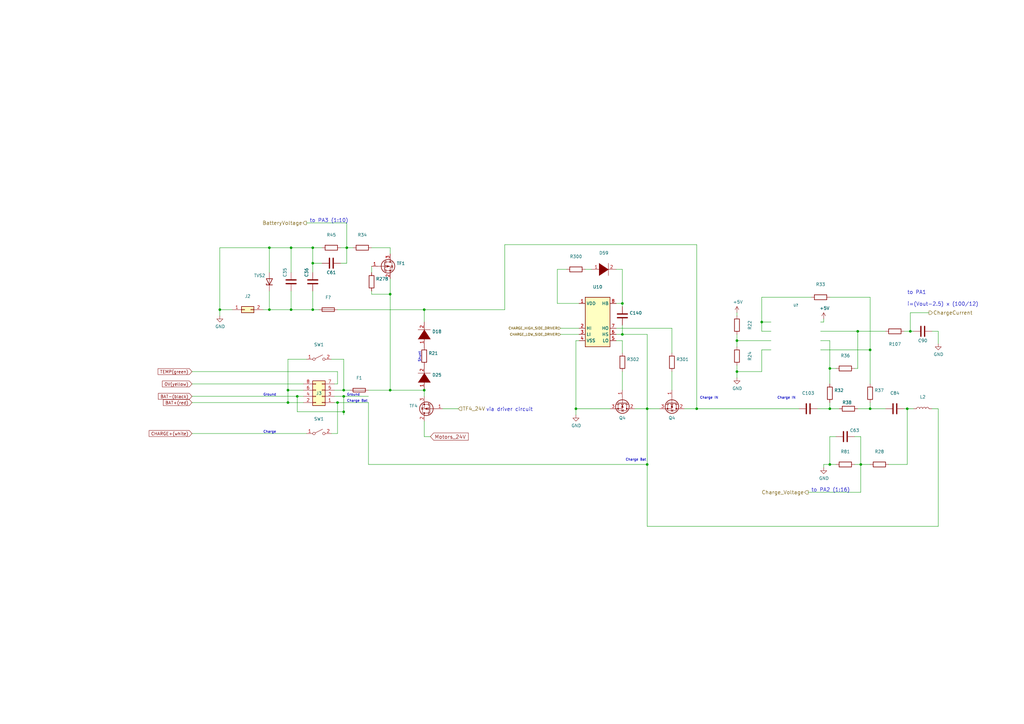
<source format=kicad_sch>
(kicad_sch (version 20211123) (generator eeschema)
  (paper "A3")
  (lib_symbols
    (symbol "Connector_Generic:Conn_02x01" (pin_names (offset 1.016) hide)
      (property "Reference" "J" (at 1.27 2.54 0))
      (property "Value" "Conn_02x01" (at 1.27 -2.54 0))
      (symbol "Conn_02x01_1_1"
        (rectangle (start -1.27 0.127) (end 0 -0.127) (stroke (width 0.1524)))
        (rectangle (start -1.27 1.27) (end 3.81 -1.27) (stroke (width 0.254)) (fill (type background)))
        (rectangle (start 3.81 0.127) (end 2.54 -0.127) (stroke (width 0.1524)))
        (pin passive line (at -5.08 0 0) (length 3.81) (name "Pin_1") (number "1"))
        (pin passive line (at 7.62 0 180) (length 3.81) (name "Pin_2") (number "2"))
      )
    )
    (symbol "Connector_Generic:Conn_02x04_Odd_Even" (pin_names (offset 1.016) hide)
      (property "Reference" "J" (at 1.27 5.08 0))
      (property "Value" "Conn_02x04_Odd_Even" (at 1.27 -7.62 0))
      (symbol "Conn_02x04_Odd_Even_1_1"
        (rectangle (start -1.27 -4.953) (end 0 -5.207) (stroke (width 0.1524)))
        (rectangle (start -1.27 -2.413) (end 0 -2.667) (stroke (width 0.1524)))
        (rectangle (start -1.27 0.127) (end 0 -0.127) (stroke (width 0.1524)))
        (rectangle (start -1.27 2.667) (end 0 2.413) (stroke (width 0.1524)))
        (rectangle (start -1.27 3.81) (end 3.81 -6.35) (stroke (width 0.254)) (fill (type background)))
        (rectangle (start 3.81 -4.953) (end 2.54 -5.207) (stroke (width 0.1524)))
        (rectangle (start 3.81 -2.413) (end 2.54 -2.667) (stroke (width 0.1524)))
        (rectangle (start 3.81 0.127) (end 2.54 -0.127) (stroke (width 0.1524)))
        (rectangle (start 3.81 2.667) (end 2.54 2.413) (stroke (width 0.1524)))
        (pin passive line (at -5.08 2.54 0) (length 3.81) (name "Pin_1") (number "1"))
        (pin passive line (at 7.62 2.54 180) (length 3.81) (name "Pin_2") (number "2"))
        (pin passive line (at -5.08 0 0) (length 3.81) (name "Pin_3") (number "3"))
        (pin passive line (at 7.62 0 180) (length 3.81) (name "Pin_4") (number "4"))
        (pin passive line (at -5.08 -2.54 0) (length 3.81) (name "Pin_5") (number "5"))
        (pin passive line (at 7.62 -2.54 180) (length 3.81) (name "Pin_6") (number "6"))
        (pin passive line (at -5.08 -5.08 0) (length 3.81) (name "Pin_7") (number "7"))
        (pin passive line (at 7.62 -5.08 180) (length 3.81) (name "Pin_8") (number "8"))
      )
    )
    (symbol "Device:C" (pin_numbers hide) (pin_names (offset 0.254))
      (property "Reference" "C" (at 0.635 2.54 0))
      (property "Value" "C" (at 0.635 -2.54 0))
      (symbol "C_0_1"
        (polyline (pts (xy -2.032 -0.762) (xy 2.032 -0.762)) (stroke (width 0.508)))
        (polyline (pts (xy -2.032 0.762) (xy 2.032 0.762)) (stroke (width 0.508)))
      )
      (symbol "C_1_1"
        (pin passive line (at 0 3.81 270) (length 2.794) (name "~") (number "1"))
        (pin passive line (at 0 -3.81 90) (length 2.794) (name "~") (number "2"))
      )
    )
    (symbol "Device:D_Zener" (pin_numbers hide) (pin_names (offset 1.016) hide)
      (property "Reference" "D" (at 0 2.54 0))
      (property "Value" "D_Zener" (at 0 -2.54 0))
      (symbol "D_Zener_0_1"
        (polyline (pts (xy 1.27 0) (xy -1.27 0)))
        (polyline (pts (xy -1.27 -1.27) (xy -1.27 1.27) (xy -0.762 1.27)) (stroke (width 0.254)))
        (polyline (pts (xy 1.27 -1.27) (xy 1.27 1.27) (xy -1.27 0) (xy 1.27 -1.27)) (stroke (width 0.254)))
      )
      (symbol "D_Zener_1_1"
        (pin passive line (at -3.81 0 0) (length 2.54) (name "K") (number "1"))
        (pin passive line (at 3.81 0 180) (length 2.54) (name "A") (number "2"))
      )
    )
    (symbol "Device:Fuse" (pin_numbers hide) (pin_names (offset 0))
      (property "Reference" "F" (at 2.032 0 90))
      (property "Value" "Fuse" (at -1.905 0 90))
      (symbol "Fuse_0_1"
        (rectangle (start -0.762 -2.54) (end 0.762 2.54) (stroke (width 0.254)))
        (polyline (pts (xy 0 2.54) (xy 0 -2.54)))
      )
      (symbol "Fuse_1_1"
        (pin passive line (at 0 3.81 270) (length 1.27) (name "~") (number "1"))
        (pin passive line (at 0 -3.81 90) (length 1.27) (name "~") (number "2"))
      )
    )
    (symbol "Device:L" (pin_numbers hide) (pin_names (offset 1.016) hide)
      (property "Reference" "L" (at -1.27 0 90))
      (property "Value" "L" (at 1.905 0 90))
      (symbol "L_0_1"
        (arc (start 0 -2.54) (mid 0.635 -1.905) (end 0 -1.27))
        (arc (start 0 -1.27) (mid 0.635 -0.635) (end 0 0))
        (arc (start 0 0) (mid 0.635 0.635) (end 0 1.27))
        (arc (start 0 1.27) (mid 0.635 1.905) (end 0 2.54))
      )
      (symbol "L_1_1"
        (pin passive line (at 0 3.81 270) (length 1.27) (name "1") (number "1"))
        (pin passive line (at 0 -3.81 90) (length 1.27) (name "2") (number "2"))
      )
    )
    (symbol "Device:R" (pin_numbers hide) (pin_names (offset 0))
      (property "Reference" "R" (at 2.032 0 90))
      (property "Value" "R" (at 0 0 90))
      (symbol "R_0_1"
        (rectangle (start -1.016 -2.54) (end 1.016 2.54) (stroke (width 0.254)))
      )
      (symbol "R_1_1"
        (pin passive line (at 0 3.81 270) (length 1.27) (name "~") (number "1"))
        (pin passive line (at 0 -3.81 90) (length 1.27) (name "~") (number "2"))
      )
    )
    (symbol "Driver_FET:LM5109MA"
      (property "Reference" "U" (at 0 13.97 0))
      (property "Value" "LM5109MA" (at 0 11.43 0))
      (symbol "LM5109MA_0_1"
        (rectangle (start -5.08 -10.16) (end 5.08 10.16) (stroke (width 0.254)) (fill (type background)))
      )
      (symbol "LM5109MA_1_1"
        (pin power_in line (at -7.62 7.62 0) (length 2.54) (name "VDD") (number "1"))
        (pin input line (at -7.62 -2.54 0) (length 2.54) (name "HI") (number "2"))
        (pin input line (at -7.62 -5.08 0) (length 2.54) (name "LI") (number "3"))
        (pin power_in line (at -7.62 -7.62 0) (length 2.54) (name "VSS") (number "4"))
        (pin output line (at 7.62 -7.62 180) (length 2.54) (name "LO") (number "5"))
        (pin passive line (at 7.62 -5.08 180) (length 2.54) (name "HS") (number "6"))
        (pin output line (at 7.62 -2.54 180) (length 2.54) (name "HO") (number "7"))
        (pin passive line (at 7.62 7.62 180) (length 2.54) (name "HB") (number "8"))
      )
    )
    (symbol "Switch:SW_SPST" (pin_names (offset 0) hide)
      (property "Reference" "SW" (at 0 3.175 0))
      (property "Value" "SW_SPST" (at 0 -2.54 0))
      (symbol "SW_SPST_0_0"
        (circle (center -2.032 0) (radius 0.508))
        (polyline (pts (xy -1.524 0.254) (xy 1.524 1.778)))
        (circle (center 2.032 0) (radius 0.508))
      )
      (symbol "SW_SPST_1_1"
        (pin passive line (at -5.08 0 0) (length 2.54) (name "A") (number "1"))
        (pin passive line (at 5.08 0 180) (length 2.54) (name "B") (number "2"))
      )
    )
    (symbol "Transistor_FET:AO3401A" (pin_names hide)
      (property "Reference" "Q" (at 5.08 1.905 0))
      (property "Value" "AO3401A" (at 5.08 0 0))
      (symbol "AO3401A_0_1"
        (polyline (pts (xy 0.254 0) (xy -2.54 0)))
        (polyline (pts (xy 0.254 1.905) (xy 0.254 -1.905)) (stroke (width 0.254)))
        (polyline (pts (xy 0.762 -1.27) (xy 0.762 -2.286)) (stroke (width 0.254)))
        (polyline (pts (xy 0.762 0.508) (xy 0.762 -0.508)) (stroke (width 0.254)))
        (polyline (pts (xy 0.762 2.286) (xy 0.762 1.27)) (stroke (width 0.254)))
        (polyline (pts (xy 2.54 2.54) (xy 2.54 1.778)))
        (polyline (pts (xy 2.54 -2.54) (xy 2.54 0) (xy 0.762 0)))
        (polyline (pts (xy 0.762 1.778) (xy 3.302 1.778) (xy 3.302 -1.778) (xy 0.762 -1.778)))
        (polyline (pts (xy 2.286 0) (xy 1.27 0.381) (xy 1.27 -0.381) (xy 2.286 0)) (fill (type outline)))
        (polyline (pts (xy 2.794 -0.508) (xy 2.921 -0.381) (xy 3.683 -0.381) (xy 3.81 -0.254)))
        (polyline (pts (xy 3.302 -0.381) (xy 2.921 0.254) (xy 3.683 0.254) (xy 3.302 -0.381)))
        (circle (center 1.651 0) (radius 2.794) (stroke (width 0.254)))
        (circle (center 2.54 -1.778) (radius 0.254) (fill (type outline)))
        (circle (center 2.54 1.778) (radius 0.254) (fill (type outline)))
      )
      (symbol "AO3401A_1_1"
        (pin input line (at -5.08 0 0) (length 2.54) (name "G") (number "1"))
        (pin passive line (at 2.54 -5.08 90) (length 2.54) (name "S") (number "2"))
        (pin passive line (at 2.54 5.08 270) (length 2.54) (name "D") (number "3"))
      )
    )
    (symbol "Transistor_FET:IPP060N06N" (pin_names hide)
      (property "Reference" "Q" (at 6.35 1.905 0))
      (property "Value" "IPP060N06N" (at 6.35 0 0))
      (symbol "IPP060N06N_0_1"
        (polyline (pts (xy 0.254 0) (xy -2.54 0)))
        (polyline (pts (xy 0.254 1.905) (xy 0.254 -1.905)) (stroke (width 0.254)))
        (polyline (pts (xy 0.762 -1.27) (xy 0.762 -2.286)) (stroke (width 0.254)))
        (polyline (pts (xy 0.762 0.508) (xy 0.762 -0.508)) (stroke (width 0.254)))
        (polyline (pts (xy 0.762 2.286) (xy 0.762 1.27)) (stroke (width 0.254)))
        (polyline (pts (xy 2.54 2.54) (xy 2.54 1.778)))
        (polyline (pts (xy 2.54 -2.54) (xy 2.54 0) (xy 0.762 0)))
        (polyline (pts (xy 0.762 -1.778) (xy 3.302 -1.778) (xy 3.302 1.778) (xy 0.762 1.778)))
        (polyline (pts (xy 1.016 0) (xy 2.032 0.381) (xy 2.032 -0.381) (xy 1.016 0)) (fill (type outline)))
        (polyline (pts (xy 2.794 0.508) (xy 2.921 0.381) (xy 3.683 0.381) (xy 3.81 0.254)))
        (polyline (pts (xy 3.302 0.381) (xy 2.921 -0.254) (xy 3.683 -0.254) (xy 3.302 0.381)))
        (circle (center 1.651 0) (radius 2.794) (stroke (width 0.254)))
        (circle (center 2.54 -1.778) (radius 0.254) (fill (type outline)))
        (circle (center 2.54 1.778) (radius 0.254) (fill (type outline)))
      )
      (symbol "IPP060N06N_1_1"
        (pin input line (at -5.08 0 0) (length 2.54) (name "G") (number "1"))
        (pin passive line (at 2.54 5.08 270) (length 2.54) (name "D") (number "2"))
        (pin passive line (at 2.54 -5.08 90) (length 2.54) (name "S") (number "3"))
      )
    )
    (symbol "Transistor_FET:SUD08P06-155L" (pin_names hide)
      (property "Reference" "Q" (at 4.953 1.905 0))
      (property "Value" "SUD08P06-155L" (at 4.953 0 0))
      (symbol "SUD08P06-155L_0_1"
        (polyline (pts (xy 0.254 0) (xy -2.54 0)))
        (polyline (pts (xy 0.254 1.905) (xy 0.254 -1.905)) (stroke (width 0.254)))
        (polyline (pts (xy 0.762 -1.27) (xy 0.762 -2.286)) (stroke (width 0.254)))
        (polyline (pts (xy 0.762 0.508) (xy 0.762 -0.508)) (stroke (width 0.254)))
        (polyline (pts (xy 0.762 2.286) (xy 0.762 1.27)) (stroke (width 0.254)))
        (polyline (pts (xy 2.54 2.54) (xy 2.54 1.778)))
        (polyline (pts (xy 2.54 -2.54) (xy 2.54 0) (xy 0.762 0)))
        (polyline (pts (xy 0.762 1.778) (xy 3.302 1.778) (xy 3.302 -1.778) (xy 0.762 -1.778)))
        (polyline (pts (xy 2.286 0) (xy 1.27 0.381) (xy 1.27 -0.381) (xy 2.286 0)) (fill (type outline)))
        (polyline (pts (xy 2.794 -0.508) (xy 2.921 -0.381) (xy 3.683 -0.381) (xy 3.81 -0.254)))
        (polyline (pts (xy 3.302 -0.381) (xy 2.921 0.254) (xy 3.683 0.254) (xy 3.302 -0.381)))
        (circle (center 1.651 0) (radius 2.794) (stroke (width 0.254)))
        (circle (center 2.54 -1.778) (radius 0.254) (fill (type outline)))
        (circle (center 2.54 1.778) (radius 0.254) (fill (type outline)))
      )
      (symbol "SUD08P06-155L_1_1"
        (pin input line (at -5.08 0 0) (length 2.54) (name "G") (number "1"))
        (pin passive line (at 2.54 5.08 270) (length 2.54) (name "D") (number "2"))
        (pin passive line (at 2.54 -5.08 90) (length 2.54) (name "S") (number "3"))
      )
    )
    (symbol "power:+5V" (power) (pin_names (offset 0))
      (property "Value" "+5V" (at 0 3.556 0))
      (symbol "+5V_0_1"
        (polyline (pts (xy -0.762 1.27) (xy 0 2.54)))
        (polyline (pts (xy 0 0) (xy 0 2.54)))
        (polyline (pts (xy 0 2.54) (xy 0.762 1.27)))
      )
      (symbol "+5V_1_1"
        (pin power_in line (at 0 0 90) (length 0) hide (name "+5V") (number "1"))
      )
    )
    (symbol "power:GND" (power) (pin_names (offset 0))
      (property "Value" "GND" (at 0 -3.81 0))
      (symbol "GND_0_1"
        (polyline (pts (xy 0 0) (xy 0 -1.27) (xy 1.27 -1.27) (xy 0 -2.54) (xy -1.27 -1.27) (xy 0 -1.27)))
      )
      (symbol "GND_1_1"
        (pin power_in line (at 0 0 270) (length 0) hide (name "GND") (number "1"))
      )
    )
    (symbol "pspice:DIODE" (pin_names (offset 1.016) hide)
      (property "Reference" "D" (at 0 3.81 0))
      (property "Value" "DIODE" (at 0 -4.445 0))
      (symbol "DIODE_0_1"
        (polyline (pts (xy 1.905 2.54) (xy 1.905 -2.54)))
        (polyline (pts (xy -1.905 2.54) (xy -1.905 -2.54) (xy 1.905 0)) (fill (type outline)))
      )
      (symbol "DIODE_1_1"
        (pin input line (at -5.08 0 0) (length 3.81) (name "K") (number "1"))
        (pin input line (at 5.08 0 180) (length 3.81) (name "A") (number "2"))
      )
    )
  )
  (junction (at 128.27 127))
  (junction (at 312.42 132.08))
  (junction (at 160.02 160.02))
  (junction (at 160.02 120.65))
  (junction (at 353.06 190.5))
  (junction (at 302.26 139.7))
  (junction (at 119.38 127))
  (junction (at 255.27 124.46))
  (junction (at 302.26 152.4))
  (junction (at 285.75 167.64))
  (junction (at 265.43 167.64))
  (junction (at 110.49 101.6))
  (junction (at 138.43 165.1))
  (junction (at 173.99 127))
  (junction (at 236.22 167.64))
  (junction (at 128.27 107.95))
  (junction (at 265.43 190.5))
  (junction (at 90.17 127))
  (junction (at 372.11 167.64))
  (junction (at 340.36 190.5))
  (junction (at 351.79 135.89))
  (junction (at 118.11 160.02))
  (junction (at 173.99 160.02))
  (junction (at 255.27 137.16))
  (junction (at 118.11 165.1))
  (junction (at 142.24 101.6))
  (junction (at 356.87 167.64))
  (junction (at 128.27 101.6))
  (junction (at 340.36 167.64))
  (junction (at 356.87 143.51))
  (junction (at 110.49 127))
  (junction (at 140.97 162.56))
  (junction (at 373.38 135.89))
  (junction (at 121.92 162.56))
  (junction (at 119.38 101.6))
  (junction (at 140.97 168.91))
  (junction (at 140.97 160.02))
  (junction (at 340.36 151.13))
  (wire (pts (xy 140.97 168.91) (xy 140.97 170.18)))
  (wire (pts (xy 250.19 167.64) (xy 236.22 167.64)))
  (wire (pts (xy 337.82 132.08) (xy 336.55 132.08)))
  (wire (pts (xy 353.06 190.5) (xy 353.06 201.93)))
  (wire (pts (xy 372.11 167.64) (xy 370.84 167.64)))
  (wire (pts (xy 118.11 165.1) (xy 78.74 165.1)))
  (wire (pts (xy 312.42 121.92) (xy 312.42 132.08)))
  (wire (pts (xy 140.97 162.56) (xy 140.97 168.91)))
  (wire (pts (xy 331.47 201.93) (xy 353.06 201.93)))
  (wire (pts (xy 353.06 190.5) (xy 353.06 179.07)))
  (wire (pts (xy 336.55 139.7) (xy 340.36 139.7)))
  (wire (pts (xy 312.42 143.51) (xy 312.42 152.4)))
  (wire (pts (xy 110.49 101.6) (xy 90.17 101.6)))
  (wire (pts (xy 237.49 124.46) (xy 228.6 124.46)))
  (wire (pts (xy 142.24 101.6) (xy 144.78 101.6)))
  (wire (pts (xy 140.97 168.91) (xy 121.92 168.91)))
  (wire (pts (xy 119.38 127) (xy 128.27 127)))
  (wire (pts (xy 265.43 167.64) (xy 265.43 190.5)))
  (wire (pts (xy 302.26 139.7) (xy 302.26 142.24)))
  (wire (pts (xy 152.4 119.38) (xy 152.4 120.65)))
  (wire (pts (xy 140.97 160.02) (xy 140.97 147.32)))
  (wire (pts (xy 236.22 139.7) (xy 236.22 167.64)))
  (wire (pts (xy 124.46 165.1) (xy 118.11 165.1)))
  (wire (pts (xy 119.38 101.6) (xy 128.27 101.6)))
  (wire (pts (xy 255.27 137.16) (xy 265.43 137.16)))
  (wire (pts (xy 370.84 135.89) (xy 373.38 135.89)))
  (wire (pts (xy 160.02 160.02) (xy 173.99 160.02)))
  (wire (pts (xy 152.4 109.22) (xy 152.4 111.76)))
  (wire (pts (xy 119.38 111.76) (xy 119.38 101.6)))
  (wire (pts (xy 110.49 101.6) (xy 119.38 101.6)))
  (wire (pts (xy 340.36 151.13) (xy 340.36 139.7)))
  (wire (pts (xy 121.92 162.56) (xy 78.74 162.56)))
  (wire (pts (xy 327.66 167.64) (xy 285.75 167.64)))
  (wire (pts (xy 140.97 147.32) (xy 135.89 147.32)))
  (wire (pts (xy 95.25 127) (xy 90.17 127)))
  (wire (pts (xy 340.36 121.92) (xy 356.87 121.92)))
  (wire (pts (xy 118.11 160.02) (xy 118.11 165.1)))
  (wire (pts (xy 340.36 190.5) (xy 340.36 179.07)))
  (wire (pts (xy 255.27 133.35) (xy 255.27 137.16)))
  (wire (pts (xy 265.43 215.9) (xy 384.81 215.9)))
  (wire (pts (xy 302.26 152.4) (xy 302.26 149.86)))
  (wire (pts (xy 275.59 134.62) (xy 275.59 144.78)))
  (wire (pts (xy 176.53 179.07) (xy 173.99 179.07)))
  (wire (pts (xy 107.95 127) (xy 110.49 127)))
  (wire (pts (xy 373.38 128.27) (xy 373.38 135.89)))
  (wire (pts (xy 337.82 130.81) (xy 337.82 132.08)))
  (wire (pts (xy 255.27 139.7) (xy 255.27 144.78)))
  (wire (pts (xy 252.73 139.7) (xy 255.27 139.7)))
  (wire (pts (xy 356.87 167.64) (xy 351.79 167.64)))
  (wire (pts (xy 119.38 119.38) (xy 119.38 127)))
  (wire (pts (xy 356.87 165.1) (xy 356.87 167.64)))
  (wire (pts (xy 356.87 121.92) (xy 356.87 143.51)))
  (wire (pts (xy 160.02 101.6) (xy 160.02 104.14)))
  (wire (pts (xy 173.99 172.72) (xy 173.99 179.07)))
  (wire (pts (xy 90.17 127) (xy 90.17 129.54)))
  (wire (pts (xy 336.55 135.89) (xy 351.79 135.89)))
  (wire (pts (xy 138.43 157.48) (xy 137.16 157.48)))
  (wire (pts (xy 265.43 167.64) (xy 260.35 167.64)))
  (wire (pts (xy 363.22 167.64) (xy 356.87 167.64)))
  (wire (pts (xy 137.16 165.1) (xy 138.43 165.1)))
  (wire (pts (xy 132.08 107.95) (xy 128.27 107.95)))
  (wire (pts (xy 142.24 101.6) (xy 142.24 91.44)))
  (wire (pts (xy 340.36 151.13) (xy 342.9 151.13)))
  (wire (pts (xy 207.01 100.33) (xy 207.01 127)))
  (wire (pts (xy 342.9 190.5) (xy 340.36 190.5)))
  (wire (pts (xy 139.7 101.6) (xy 142.24 101.6)))
  (wire (pts (xy 128.27 127) (xy 130.81 127)))
  (wire (pts (xy 340.36 151.13) (xy 340.36 157.48)))
  (wire (pts (xy 138.43 165.1) (xy 138.43 177.8)))
  (wire (pts (xy 337.82 190.5) (xy 337.82 191.77)))
  (wire (pts (xy 312.42 135.89) (xy 312.42 132.08)))
  (wire (pts (xy 128.27 101.6) (xy 132.08 101.6)))
  (wire (pts (xy 138.43 127) (xy 173.99 127)))
  (wire (pts (xy 124.46 160.02) (xy 118.11 160.02)))
  (wire (pts (xy 312.42 132.08) (xy 316.23 132.08)))
  (wire (pts (xy 340.36 190.5) (xy 337.82 190.5)))
  (wire (pts (xy 340.36 179.07) (xy 342.9 179.07)))
  (wire (pts (xy 142.24 107.95) (xy 139.7 107.95)))
  (wire (pts (xy 237.49 137.16) (xy 229.87 137.16)))
  (wire (pts (xy 151.13 165.1) (xy 151.13 190.5)))
  (wire (pts (xy 173.99 162.56) (xy 173.99 160.02)))
  (wire (pts (xy 110.49 127) (xy 119.38 127)))
  (wire (pts (xy 140.97 162.56) (xy 151.13 162.56)))
  (wire (pts (xy 372.11 167.64) (xy 372.11 190.5)))
  (wire (pts (xy 90.17 101.6) (xy 90.17 127)))
  (wire (pts (xy 237.49 139.7) (xy 236.22 139.7)))
  (wire (pts (xy 118.11 160.02) (xy 118.11 147.32)))
  (wire (pts (xy 351.79 135.89) (xy 363.22 135.89)))
  (wire (pts (xy 316.23 135.89) (xy 312.42 135.89)))
  (wire (pts (xy 384.81 167.64) (xy 384.81 215.9)))
  (wire (pts (xy 173.99 132.08) (xy 173.99 127)))
  (wire (pts (xy 236.22 167.64) (xy 236.22 170.18)))
  (wire (pts (xy 237.49 134.62) (xy 229.87 134.62)))
  (wire (pts (xy 78.74 152.4) (xy 138.43 152.4)))
  (wire (pts (xy 118.11 147.32) (xy 125.73 147.32)))
  (wire (pts (xy 316.23 143.51) (xy 312.42 143.51)))
  (wire (pts (xy 207.01 127) (xy 173.99 127)))
  (wire (pts (xy 344.17 167.64) (xy 340.36 167.64)))
  (wire (pts (xy 374.65 167.64) (xy 372.11 167.64)))
  (wire (pts (xy 332.74 121.92) (xy 312.42 121.92)))
  (wire (pts (xy 351.79 151.13) (xy 351.79 135.89)))
  (wire (pts (xy 78.74 177.8) (xy 125.73 177.8)))
  (wire (pts (xy 110.49 119.38) (xy 110.49 127)))
  (wire (pts (xy 138.43 165.1) (xy 151.13 165.1)))
  (wire (pts (xy 152.4 101.6) (xy 160.02 101.6)))
  (wire (pts (xy 350.52 151.13) (xy 351.79 151.13)))
  (wire (pts (xy 373.38 135.89) (xy 374.65 135.89)))
  (wire (pts (xy 353.06 190.5) (xy 350.52 190.5)))
  (wire (pts (xy 128.27 107.95) (xy 128.27 101.6)))
  (wire (pts (xy 356.87 143.51) (xy 356.87 157.48)))
  (wire (pts (xy 302.26 152.4) (xy 302.26 154.94)))
  (wire (pts (xy 252.73 134.62) (xy 275.59 134.62)))
  (wire (pts (xy 302.26 128.27) (xy 302.26 129.54)))
  (wire (pts (xy 340.36 167.64) (xy 335.28 167.64)))
  (wire (pts (xy 356.87 190.5) (xy 353.06 190.5)))
  (wire (pts (xy 312.42 152.4) (xy 302.26 152.4)))
  (wire (pts (xy 160.02 120.65) (xy 160.02 160.02)))
  (wire (pts (xy 336.55 143.51) (xy 356.87 143.51)))
  (wire (pts (xy 265.43 190.5) (xy 151.13 190.5)))
  (wire (pts (xy 382.27 167.64) (xy 384.81 167.64)))
  (wire (pts (xy 128.27 119.38) (xy 128.27 127)))
  (wire (pts (xy 285.75 100.33) (xy 207.01 100.33)))
  (wire (pts (xy 142.24 101.6) (xy 142.24 107.95)))
  (wire (pts (xy 128.27 107.95) (xy 128.27 111.76)))
  (wire (pts (xy 255.27 124.46) (xy 255.27 110.49)))
  (wire (pts (xy 125.73 91.44) (xy 142.24 91.44)))
  (wire (pts (xy 252.73 124.46) (xy 255.27 124.46)))
  (wire (pts (xy 353.06 179.07) (xy 350.52 179.07)))
  (wire (pts (xy 265.43 190.5) (xy 265.43 215.9)))
  (wire (pts (xy 121.92 168.91) (xy 121.92 162.56)))
  (wire (pts (xy 316.23 139.7) (xy 302.26 139.7)))
  (wire (pts (xy 384.81 135.89) (xy 384.81 140.97)))
  (wire (pts (xy 110.49 101.6) (xy 110.49 111.76)))
  (wire (pts (xy 265.43 137.16) (xy 265.43 167.64)))
  (wire (pts (xy 381 128.27) (xy 373.38 128.27)))
  (wire (pts (xy 228.6 110.49) (xy 232.41 110.49)))
  (wire (pts (xy 255.27 152.4) (xy 255.27 160.02)))
  (wire (pts (xy 228.6 124.46) (xy 228.6 110.49)))
  (wire (pts (xy 138.43 177.8) (xy 135.89 177.8)))
  (wire (pts (xy 137.16 162.56) (xy 140.97 162.56)))
  (wire (pts (xy 255.27 137.16) (xy 252.73 137.16)))
  (wire (pts (xy 187.96 167.64) (xy 181.61 167.64)))
  (wire (pts (xy 382.27 135.89) (xy 384.81 135.89)))
  (wire (pts (xy 160.02 114.3) (xy 160.02 120.65)))
  (wire (pts (xy 143.51 160.02) (xy 140.97 160.02)))
  (wire (pts (xy 372.11 190.5) (xy 364.49 190.5)))
  (wire (pts (xy 302.26 139.7) (xy 302.26 137.16)))
  (wire (pts (xy 138.43 152.4) (xy 138.43 157.48)))
  (wire (pts (xy 151.13 160.02) (xy 160.02 160.02)))
  (wire (pts (xy 285.75 167.64) (xy 285.75 100.33)))
  (wire (pts (xy 255.27 110.49) (xy 252.73 110.49)))
  (wire (pts (xy 280.67 167.64) (xy 285.75 167.64)))
  (wire (pts (xy 242.57 110.49) (xy 240.03 110.49)))
  (wire (pts (xy 340.36 167.64) (xy 340.36 165.1)))
  (wire (pts (xy 152.4 120.65) (xy 160.02 120.65)))
  (wire (pts (xy 265.43 167.64) (xy 270.51 167.64)))
  (wire (pts (xy 137.16 160.02) (xy 140.97 160.02)))
  (wire (pts (xy 275.59 152.4) (xy 275.59 160.02)))
  (wire (pts (xy 255.27 125.73) (xy 255.27 124.46)))
  (wire (pts (xy 124.46 162.56) (xy 121.92 162.56)))
  (wire (pts (xy 124.46 157.48) (xy 78.74 157.48)))
  (text "Ground" (at 142.24 162.56 0) (effects (font (size 0.9906 0.9906)) (justify left bottom)))
  (text "Charge IN" (at 287.02 163.83 0) (effects (font (size 0.9906 0.9906)) (justify left bottom)))
  (text "Charge Bat" (at 142.24 165.1 0) (effects (font (size 0.9906 0.9906)) (justify left bottom)))
  (text "Shunt" (at 172.72 148.59 90) (effects (font (size 0.9906 0.9906)) (justify left bottom)))
  (text "Ground" (at 107.95 162.56 0) (effects (font (size 0.9906 0.9906)) (justify left bottom)))
  (text "via driver circuit" (at 199.39 168.91 0) (effects (font (size 1.4986 1.4986)) (justify left bottom)))
  (text "Charge IN" (at 318.77 163.83 0) (effects (font (size 0.9906 0.9906)) (justify left bottom)))
  (text "Charge" (at 107.95 177.8 0) (effects (font (size 0.9906 0.9906)) (justify left bottom)))
  (text "to PA1\n\ni=(Vout-2.5) x (100/12)" (at 372.11 125.73 0) (effects (font (size 1.4986 1.4986)) (justify left bottom)))
  (text "to PA2 (1:16)" (at 332.74 201.93 0) (effects (font (size 1.4986 1.4986)) (justify left bottom)))
  (text "to PA3 (1:10)" (at 127 91.44 0) (effects (font (size 1.4986 1.4986)) (justify left bottom)))
  (text "Charge Bat" (at 256.54 189.23 0) (effects (font (size 0.9906 0.9906)) (justify left bottom)))
  (global_label "TEMP(green)" (shape input) (at 78.74 152.4 180) (effects (font (size 1.2446 1.2446))) (property "Intersheet References" "${INTERSHEET_REFS}" (effects hide)))
  (global_label "BAT-(black)" (shape input) (at 78.74 162.56 180) (effects (font (size 1.2446 1.2446))) (property "Intersheet References" "${INTERSHEET_REFS}" (effects hide)))
  (global_label "CHARGE+(white)" (shape input) (at 78.74 177.8 180) (effects (font (size 1.2446 1.2446))) (property "Intersheet References" "${INTERSHEET_REFS}" (effects hide)))
  (global_label "Motors_24V" (shape input) (at 176.53 179.07 0) (effects (font (size 1.4986 1.4986))) (property "Intersheet References" "${INTERSHEET_REFS}" (effects hide)))
  (global_label "OV(yellow)" (shape input) (at 78.74 157.48 180) (effects (font (size 1.2446 1.2446))) (property "Intersheet References" "${INTERSHEET_REFS}" (effects hide)))
  (global_label "BAT+(red)" (shape input) (at 78.74 165.1 180) (effects (font (size 1.2446 1.2446))) (property "Intersheet References" "${INTERSHEET_REFS}" (effects hide)))
  (hierarchical_label "BatteryVoltage" (shape output) (at 125.73 91.44 180) (effects (font (size 1.4986 1.4986))))
  (hierarchical_label "TF4_24V" (shape input) (at 187.96 167.64 0) (effects (font (size 1.4986 1.4986))))
  (hierarchical_label "Charge_Voltage" (shape output) (at 331.47 201.93 180) (effects (font (size 1.4986 1.4986))))
  (hierarchical_label "CHARGE_HIGH_SIDE_DRIVER" (shape input) (at 229.87 134.62 180) (effects (font (size 0.9906 0.9906))))
  (hierarchical_label "CHARGE_LOW_SIDE_DRIVER" (shape input) (at 229.87 137.16 180) (effects (font (size 0.9906 0.9906))))
  (hierarchical_label "ChargeCurrent" (shape output) (at 381 128.27 0) (effects (font (size 1.4986 1.4986))))
  (symbol (lib_id "Connector_Generic:Conn_02x04_Odd_Even") (at 132.08 162.56 180) (unit 1)
    (property "Reference" "J3" (at 130.81 161.29 0))
  )
  (symbol (lib_id "Connector_Generic:Conn_02x01") (at 100.33 127 0) (unit 1)
    (property "Reference" "J2" (at 101.6 121.4882 0))
  )
  (symbol (lib_id "Switch:SW_SPST") (at 130.81 177.8 0) (unit 1)
    (property "Reference" "SW1" (at 130.81 171.831 0))
  )
  (symbol (lib_id "Switch:SW_SPST") (at 130.81 147.32 0) (unit 1)
    (property "Reference" "SW1" (at 130.81 141.351 0))
  )
  (symbol (lib_id "Device:Fuse") (at 134.62 127 270) (unit 1)
    (property "Reference" "F?" (at 134.62 121.9962 90))
  )
  (symbol (lib_id "Device:Fuse") (at 147.32 160.02 270) (unit 1)
    (property "Reference" "F1" (at 147.32 155.0162 90))
  )
  (symbol (lib_id "Device:C") (at 128.27 115.57 180) (unit 1)
    (property "Reference" "C36" (at 125.73 111.76 90))
  )
  (symbol (lib_id "Transistor_FET:SUD08P06-155L") (at 176.53 167.64 180) (unit 1)
    (property "Reference" "TF4" (at 171.323 166.4716 0) (effects (justify left)))
    (property "Datasheet" "https://www.vishay.com/docs/62843/sud08p06-155l-ge3.pdf" (effects hide))
  )
  (symbol (lib_id "Mowgli-rescue:TL3472-Amplifier_Audio") (at 336.55 144.78 0) (unit 1)
    (property "Reference" "U?" (at 326.39 125.1966 0) (effects (font (size 0.9906 0.9906))))
  )
  (symbol (lib_id "power:+5V") (at 337.82 130.81 0) (unit 1)
    (property "Reference" "#PWR?" (effects hide))
  )
  (symbol (lib_id "Device:R") (at 148.59 101.6 270) (unit 1)
    (property "Reference" "R34" (at 148.59 96.3422 90))
  )
  (symbol (lib_id "pspice:DIODE") (at 173.99 154.94 90) (unit 1)
    (property "Reference" "D25" (at 177.2412 153.7716 90) (effects (justify right)))
  )
  (symbol (lib_id "Device:R") (at 173.99 146.05 0) (unit 1)
    (property "Reference" "R21" (at 175.768 144.8816 0) (effects (justify left)))
  )
  (symbol (lib_id "pspice:DIODE") (at 173.99 137.16 90) (unit 1)
    (property "Reference" "D18" (at 177.2412 135.9916 90) (effects (justify right)))
  )
  (symbol (lib_id "Device:R") (at 367.03 135.89 90) (unit 1)
    (property "Reference" "R107" (at 367.03 141.1478 90))
  )
  (symbol (lib_id "Device:R") (at 135.89 101.6 270) (unit 1)
    (property "Reference" "R45" (at 135.89 96.3422 90))
  )
  (symbol (lib_id "Device:C") (at 378.46 135.89 270) (unit 1)
    (property "Reference" "C90" (at 378.46 139.7 90))
  )
  (symbol (lib_id "Driver_FET:LM5109MA") (at 245.11 132.08 0) (unit 1)
    (property "Reference" "U10" (at 245.11 117.6782 0))
    (property "Datasheet" "http://www.ti.com/lit/ds/symlink/lm5109.pdf" (effects hide))
  )
  (symbol (lib_id "Transistor_FET:IPP060N06N") (at 255.27 165.1 270) (unit 1)
    (property "Reference" "Q4" (at 255.27 171.4246 90))
    (property "Datasheet" "https://www.infineon.com/dgdl/Infineon-IPP060N06N-DS-v02_02-en.pdf?fileId=db3a30433727a44301372c06d9d7498a" (effects hide))
  )
  (symbol (lib_id "Transistor_FET:IPP060N06N") (at 275.59 165.1 270) (unit 1)
    (property "Reference" "Q4" (at 275.59 171.4246 90))
    (property "Datasheet" "https://www.infineon.com/dgdl/Infineon-IPP060N06N-DS-v02_02-en.pdf?fileId=db3a30433727a44301372c06d9d7498a" (effects hide))
  )
  (symbol (lib_id "Device:R") (at 346.71 190.5 270) (unit 1)
    (property "Reference" "R81" (at 346.71 185.2422 90))
  )
  (symbol (lib_id "Device:C") (at 346.71 179.07 90) (unit 1)
    (property "Reference" "C63" (at 350.52 176.53 90))
  )
  (symbol (lib_id "Device:D_Zener") (at 110.49 115.57 90) (unit 1)
    (property "Reference" "TVS2" (at 104.14 113.03 90) (effects (justify right)))
  )
  (symbol (lib_id "Device:R") (at 360.68 190.5 270) (unit 1)
    (property "Reference" "R28" (at 360.68 185.2422 90))
  )
  (symbol (lib_id "power:GND") (at 384.81 140.97 0) (unit 1)
    (property "Reference" "#PWR0122" (effects hide))
  )
  (symbol (lib_id "pspice:DIODE") (at 247.65 110.49 0) (unit 1)
    (property "Reference" "D59" (at 247.65 103.759 0))
  )
  (symbol (lib_id "Device:R") (at 236.22 110.49 270) (unit 1)
    (property "Reference" "R300" (at 236.22 105.2322 90))
  )
  (symbol (lib_id "Device:C") (at 135.89 107.95 270) (unit 1)
    (property "Reference" "C61" (at 135.89 111.76 90))
  )
  (symbol (lib_id "Device:C") (at 255.27 129.54 0) (unit 1)
    (property "Reference" "C140" (at 258.191 128.3716 0) (effects (justify left)))
  )
  (symbol (lib_id "Device:R") (at 275.59 148.59 0) (unit 1)
    (property "Reference" "R301" (at 277.368 147.4216 0) (effects (justify left)))
  )
  (symbol (lib_id "Device:R") (at 255.27 148.59 0) (unit 1)
    (property "Reference" "R302" (at 257.048 147.4216 0) (effects (justify left)))
  )
  (symbol (lib_id "Device:R") (at 336.55 121.92 90) (unit 1)
    (property "Reference" "R33" (at 336.55 116.6622 90))
  )
  (symbol (lib_id "power:GND") (at 236.22 170.18 0) (unit 1)
    (property "Reference" "#PWR0123" (effects hide))
  )
  (symbol (lib_id "power:GND") (at 90.17 129.54 0) (unit 1)
    (property "Reference" "#PWR0124" (effects hide))
  )
  (symbol (lib_id "Device:C") (at 119.38 115.57 180) (unit 1)
    (property "Reference" "C35" (at 116.84 111.76 90))
  )
  (symbol (lib_id "power:GND") (at 337.82 191.77 0) (unit 1)
    (property "Reference" "#PWR?" (effects hide))
  )
  (symbol (lib_id "Device:R") (at 356.87 161.29 0) (unit 1)
    (property "Reference" "R37" (at 358.648 160.1216 0) (effects (justify left)))
  )
  (symbol (lib_id "Device:R") (at 347.98 167.64 270) (unit 1)
    (property "Reference" "R38" (at 345.44 165.1 90) (effects (justify left)))
  )
  (symbol (lib_id "Device:R") (at 340.36 161.29 0) (unit 1)
    (property "Reference" "R32" (at 342.138 160.1216 0) (effects (justify left)))
  )
  (symbol (lib_id "Device:R") (at 346.71 151.13 90) (unit 1)
    (property "Reference" "R36" (at 346.71 145.8722 90))
  )
  (symbol (lib_id "Device:R") (at 302.26 133.35 0) (unit 1)
    (property "Reference" "R22" (at 307.5178 133.35 90))
  )
  (symbol (lib_id "power:+5V") (at 302.26 128.27 0) (unit 1)
    (property "Reference" "#PWR?" (effects hide))
  )
  (symbol (lib_id "Device:R") (at 302.26 146.05 0) (unit 1)
    (property "Reference" "R24" (at 307.5178 146.05 90))
  )
  (symbol (lib_id "power:GND") (at 302.26 154.94 0) (unit 1)
    (property "Reference" "#PWR?" (effects hide))
  )
  (symbol (lib_id "Device:C") (at 331.47 167.64 270) (unit 1)
    (property "Reference" "C103" (at 331.47 161.2392 90))
  )
  (symbol (lib_id "Device:C") (at 367.03 167.64 270) (unit 1)
    (property "Reference" "C84" (at 367.03 161.2392 90))
  )
  (symbol (lib_id "Device:L") (at 378.46 167.64 90) (unit 1)
    (property "Reference" "L2" (at 378.46 162.814 90))
  )
  (symbol (lib_id "Device:R") (at 152.4 115.57 0) (unit 1)
    (property "Reference" "R278" (at 154.178 114.4016 0) (effects (justify left)))
  )
  (symbol (lib_id "Transistor_FET:AO3401A") (at 157.48 109.22 0) (unit 1)
    (property "Reference" "TF1" (at 162.6616 108.0516 0) (effects (justify left)))
    (property "Datasheet" "http://www.aosmd.com/pdfs/datasheet/AO3401A.pdf" (effects hide))
  )
)
</source>
